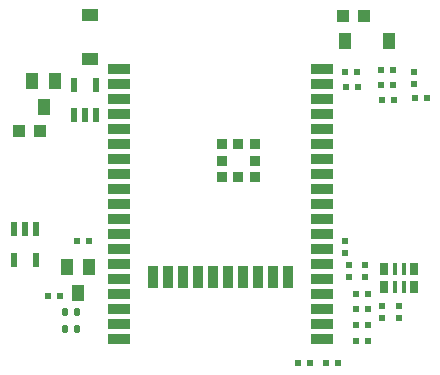
<source format=gbr>
G04 #@! TF.GenerationSoftware,KiCad,Pcbnew,7.0.7*
G04 #@! TF.CreationDate,2024-10-24T15:21:26-07:00*
G04 #@! TF.ProjectId,ESP_POE_1.4b,4553505f-504f-4455-9f31-2e34622e6b69,K*
G04 #@! TF.SameCoordinates,Original*
G04 #@! TF.FileFunction,Paste,Bot*
G04 #@! TF.FilePolarity,Positive*
%FSLAX46Y46*%
G04 Gerber Fmt 4.6, Leading zero omitted, Abs format (unit mm)*
G04 Created by KiCad (PCBNEW 7.0.7) date 2024-10-24 15:21:26*
%MOMM*%
%LPD*%
G01*
G04 APERTURE LIST*
G04 Aperture macros list*
%AMRoundRect*
0 Rectangle with rounded corners*
0 $1 Rounding radius*
0 $2 $3 $4 $5 $6 $7 $8 $9 X,Y pos of 4 corners*
0 Add a 4 corners polygon primitive as box body*
4,1,4,$2,$3,$4,$5,$6,$7,$8,$9,$2,$3,0*
0 Add four circle primitives for the rounded corners*
1,1,$1+$1,$2,$3*
1,1,$1+$1,$4,$5*
1,1,$1+$1,$6,$7*
1,1,$1+$1,$8,$9*
0 Add four rect primitives between the rounded corners*
20,1,$1+$1,$2,$3,$4,$5,0*
20,1,$1+$1,$4,$5,$6,$7,0*
20,1,$1+$1,$6,$7,$8,$9,0*
20,1,$1+$1,$8,$9,$2,$3,0*%
G04 Aperture macros list end*
%ADD10R,0.500000X0.550000*%
%ADD11R,0.550000X0.500000*%
%ADD12R,0.635000X1.016000*%
%ADD13R,0.381000X1.016000*%
%ADD14R,1.000000X1.400000*%
%ADD15R,1.016000X1.016000*%
%ADD16R,0.550000X1.200000*%
%ADD17R,1.400000X1.000000*%
%ADD18RoundRect,0.135000X0.135000X0.185000X-0.135000X0.185000X-0.135000X-0.185000X0.135000X-0.185000X0*%
%ADD19R,0.900000X0.900000*%
%ADD20RoundRect,0.050800X0.900000X0.400000X-0.900000X0.400000X-0.900000X-0.400000X0.900000X-0.400000X0*%
%ADD21RoundRect,0.050800X0.400000X0.900000X-0.400000X0.900000X-0.400000X-0.900000X0.400000X-0.900000X0*%
%ADD22RoundRect,0.135000X-0.135000X-0.185000X0.135000X-0.185000X0.135000X0.185000X-0.135000X0.185000X0*%
G04 APERTURE END LIST*
D10*
X105054400Y-137261600D03*
X104038400Y-137261600D03*
D11*
X100888800Y-150215600D03*
X100888800Y-149199600D03*
D12*
X104241600Y-151536400D03*
X104241600Y-153060400D03*
D13*
X105130600Y-151536400D03*
X105130600Y-153060400D03*
X105892600Y-151536400D03*
X105892600Y-153060400D03*
D12*
X106781600Y-151536400D03*
X106781600Y-153060400D03*
D10*
X105003600Y-134721600D03*
X103987600Y-134721600D03*
X105003600Y-135991600D03*
X103987600Y-135991600D03*
D11*
X106730800Y-135890000D03*
X106730800Y-134874000D03*
D14*
X74437240Y-135646160D03*
X76339700Y-135646160D03*
X75384660Y-137855960D03*
D11*
X102616000Y-151231600D03*
X102616000Y-152247600D03*
D10*
X101803200Y-154990800D03*
X102819200Y-154990800D03*
D15*
X75107800Y-139852400D03*
X73329800Y-139852400D03*
D16*
X72862400Y-148204400D03*
X73812400Y-148204400D03*
X74762400Y-148204400D03*
X74762400Y-150804400D03*
X72862400Y-150804400D03*
D11*
X101244400Y-151231600D03*
X101244400Y-152247600D03*
D10*
X96926400Y-159512000D03*
X97942400Y-159512000D03*
X106832400Y-137109200D03*
X107848400Y-137109200D03*
X101955600Y-134924800D03*
X100939600Y-134924800D03*
X101803200Y-156311600D03*
X102819200Y-156311600D03*
X101803200Y-157632400D03*
X102819200Y-157632400D03*
D14*
X77348000Y-151384000D03*
X79248000Y-151384000D03*
X78298000Y-153584000D03*
D10*
X102819200Y-153670000D03*
X101803200Y-153670000D03*
D17*
X79349600Y-130027600D03*
X79349600Y-133827600D03*
D11*
X105460800Y-155702000D03*
X105460800Y-154686000D03*
X104038400Y-155702000D03*
X104038400Y-154686000D03*
D14*
X104668400Y-132232400D03*
X100868400Y-132232400D03*
D10*
X100279200Y-159512000D03*
X99263200Y-159512000D03*
D18*
X78234000Y-156616400D03*
X77214000Y-156616400D03*
D10*
X100990400Y-136194800D03*
X102006400Y-136194800D03*
D19*
X93288000Y-143820000D03*
X93288000Y-142420000D03*
X93288000Y-141020000D03*
X91888000Y-143820000D03*
X91888000Y-141020000D03*
X90488000Y-143820000D03*
X90488000Y-142420000D03*
X90488000Y-141020000D03*
D20*
X98988000Y-134620000D03*
X98988000Y-135890000D03*
X98988000Y-137160000D03*
X98988000Y-138430000D03*
X98988000Y-139700000D03*
X98988000Y-140970000D03*
X98988000Y-142240000D03*
X98988000Y-143510000D03*
X98988000Y-144780000D03*
X98988000Y-146050000D03*
X98988000Y-147320000D03*
X98988000Y-148590000D03*
X98988000Y-149860000D03*
X98988000Y-151130000D03*
X98988000Y-152400000D03*
D21*
X96103000Y-152280000D03*
D20*
X98988000Y-153670000D03*
D21*
X94833000Y-152280000D03*
D20*
X98988000Y-154940000D03*
D21*
X93563000Y-152280000D03*
D20*
X98988000Y-156210000D03*
D21*
X92293000Y-152280000D03*
D20*
X98988000Y-157480000D03*
D21*
X91023000Y-152280000D03*
X89753000Y-152280000D03*
D20*
X81788000Y-157480000D03*
D21*
X88483000Y-152280000D03*
D20*
X81788000Y-156210000D03*
D21*
X87213000Y-152280000D03*
D20*
X81788000Y-154940000D03*
D21*
X85943000Y-152280000D03*
D20*
X81788000Y-153670000D03*
D21*
X84673000Y-152280000D03*
D20*
X81788000Y-152400000D03*
X81788000Y-151130000D03*
X81788000Y-149860000D03*
X81788000Y-148590000D03*
X81788000Y-147320000D03*
X81788000Y-146050000D03*
X81788000Y-144780000D03*
X81788000Y-143510000D03*
X81788000Y-142240000D03*
X81788000Y-140970000D03*
X81788000Y-139700000D03*
X81788000Y-138430000D03*
X81788000Y-137160000D03*
X81788000Y-135890000D03*
X81788000Y-134620000D03*
D22*
X77214000Y-155194000D03*
X78234000Y-155194000D03*
D16*
X79842400Y-138561600D03*
X78892400Y-138561600D03*
X77942400Y-138561600D03*
X77942400Y-135961600D03*
X79842400Y-135961600D03*
D10*
X79248000Y-149199600D03*
X78232000Y-149199600D03*
D15*
X100761800Y-130149600D03*
X102539800Y-130149600D03*
D10*
X76758800Y-153873200D03*
X75742800Y-153873200D03*
M02*

</source>
